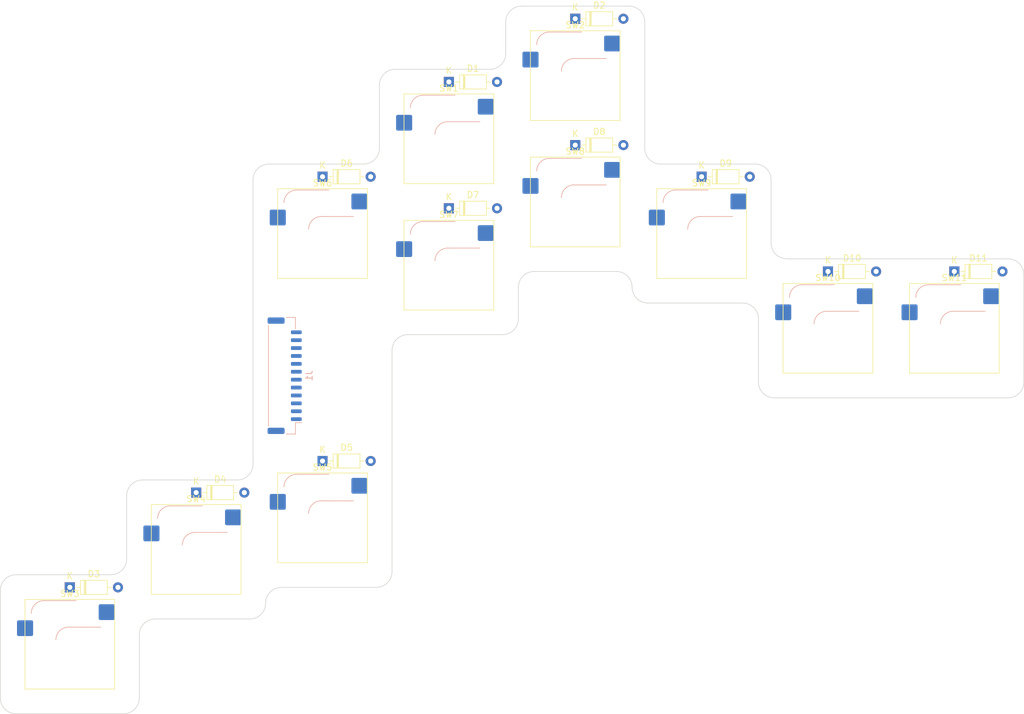
<source format=kicad_pcb>
(kicad_pcb (version 20221018) (generator pcbnew)
  (layers (0 "F.Cu" signal) (31 "B.Cu" signal) (34 "B.Paste" user) (35 "F.Paste" user) (36 "B.SilkS" user "B.Silkscreen") (37 "F.SilkS" user "F.Silkscreen") (38 "B.Mask" user) (39 "F.Mask" user) (44 "Edge.Cuts" user))
  (net 0 "")
  (net 1 "Net-(D1-K)")
  (net 2 "Net-(D1-A)")
  (net 3 "Net-(D2-A)")
  (net 4 "Net-(D3-A)")
  (net 5 "Net-(D4-A)")
  (net 6 "Net-(D5-A)")
  (net 7 "Net-(D10-K)")
  (net 8 "Net-(D6-A)")
  (net 9 "Net-(D7-A)")
  (net 10 "Net-(D8-A)")
  (net 11 "Net-(D9-A)")
  (net 12 "Net-(D10-A)")
  (net 13 "Net-(D11-A)")
  (net 14 "Net-(J1-Pin_7)")
  (net 15 "Net-(J1-Pin_8)")
  (net 16 "Net-(J1-Pin_9)")
  (net 17 "Net-(J1-Pin_10)")
  (net 18 "Net-(J1-Pin_11)")
  (net 19 "Net-(J1-Pin_12)")
  (footprint "Diode_THT:D_DO-35_SOD27_P7.62mm_Horizontal" (layer "F.Cu") (at 149.5 47.5)
    (fp_text reference "D1" (at 3.81 -2.12) (layer "F.SilkS"))
    (fp_text value "1N4148")
    (fp_text user "K" (at 0 -1.8) (layer "F.SilkS"))
    (fp_line (start 1.04 0) (end 1.69 0) (stroke (width 0.12)) (layer "F.SilkS"))
    (fp_line (start 1.69 -1.12) (end 1.69 1.12) (stroke (width 0.12)) (layer "F.SilkS"))
    (fp_line (start 1.69 1.12) (end 5.93 1.12) (stroke (width 0.12)) (layer "F.SilkS"))
    (fp_line (start 2.29 -1.12) (end 2.29 1.12) (stroke (width 0.12)) (layer "F.SilkS"))
    (fp_line (start 2.41 -1.12) (end 2.41 1.12) (stroke (width 0.12)) (layer "F.SilkS"))
    (fp_line (start 2.53 -1.12) (end 2.53 1.12) (stroke (width 0.12)) (layer "F.SilkS"))
    (fp_line (start 5.93 -1.12) (end 1.69 -1.12) (stroke (width 0.12)) (layer "F.SilkS"))
    (fp_line (start 5.93 1.12) (end 5.93 -1.12) (stroke (width 0.12)) (layer "F.SilkS"))
    (fp_line (start 6.58 0) (end 5.93 0) (stroke (width 0.12)) (layer "F.SilkS"))
    (pad "1" thru_hole rect (at 0 0) (size 1.6 1.6) (drill 0.8) (layers "*.Cu" "*.Mask") (net 1 "Net-(D1-K)"))
    (pad "2" thru_hole oval (at 7.62 0) (size 1.6 1.6) (drill 0.8) (layers "*.Cu" "*.Mask") (net 2 "Net-(D1-A)"))
  )
  (footprint "Diode_THT:D_DO-35_SOD27_P7.62mm_Horizontal" (layer "F.Cu") (at 109.5 112.5)
    (fp_text reference "D4" (at 3.81 -2.12) (layer "F.SilkS"))
    (fp_text value "1N4148")
    (fp_text user "K" (at 0 -1.8) (layer "F.SilkS"))
    (fp_line (start 1.04 0) (end 1.69 0) (stroke (width 0.12)) (layer "F.SilkS"))
    (fp_line (start 1.69 -1.12) (end 1.69 1.12) (stroke (width 0.12)) (layer "F.SilkS"))
    (fp_line (start 1.69 1.12) (end 5.93 1.12) (stroke (width 0.12)) (layer "F.SilkS"))
    (fp_line (start 2.29 -1.12) (end 2.29 1.12) (stroke (width 0.12)) (layer "F.SilkS"))
    (fp_line (start 2.41 -1.12) (end 2.41 1.12) (stroke (width 0.12)) (layer "F.SilkS"))
    (fp_line (start 2.53 -1.12) (end 2.53 1.12) (stroke (width 0.12)) (layer "F.SilkS"))
    (fp_line (start 5.93 -1.12) (end 1.69 -1.12) (stroke (width 0.12)) (layer "F.SilkS"))
    (fp_line (start 5.93 1.12) (end 5.93 -1.12) (stroke (width 0.12)) (layer "F.SilkS"))
    (fp_line (start 6.58 0) (end 5.93 0) (stroke (width 0.12)) (layer "F.SilkS"))
    (pad "1" thru_hole rect (at 0 0) (size 1.6 1.6) (drill 0.8) (layers "*.Cu" "*.Mask") (net 1 "Net-(D1-K)"))
    (pad "2" thru_hole oval (at 7.62 0) (size 1.6 1.6) (drill 0.8) (layers "*.Cu" "*.Mask") (net 5 "Net-(D4-A)"))
  )
  (footprint "Diode_THT:D_DO-35_SOD27_P7.62mm_Horizontal" (layer "F.Cu") (at 169.5 37.5)
    (fp_text reference "D2" (at 3.81 -2.12) (layer "F.SilkS"))
    (fp_text value "1N4148")
    (fp_text user "K" (at 0 -1.8) (layer "F.SilkS"))
    (fp_line (start 1.04 0) (end 1.69 0) (stroke (width 0.12)) (layer "F.SilkS"))
    (fp_line (start 1.69 -1.12) (end 1.69 1.12) (stroke (width 0.12)) (layer "F.SilkS"))
    (fp_line (start 1.69 1.12) (end 5.93 1.12) (stroke (width 0.12)) (layer "F.SilkS"))
    (fp_line (start 2.29 -1.12) (end 2.29 1.12) (stroke (width 0.12)) (layer "F.SilkS"))
    (fp_line (start 2.41 -1.12) (end 2.41 1.12) (stroke (width 0.12)) (layer "F.SilkS"))
    (fp_line (start 2.53 -1.12) (end 2.53 1.12) (stroke (width 0.12)) (layer "F.SilkS"))
    (fp_line (start 5.93 -1.12) (end 1.69 -1.12) (stroke (width 0.12)) (layer "F.SilkS"))
    (fp_line (start 5.93 1.12) (end 5.93 -1.12) (stroke (width 0.12)) (layer "F.SilkS"))
    (fp_line (start 6.58 0) (end 5.93 0) (stroke (width 0.12)) (layer "F.SilkS"))
    (pad "1" thru_hole rect (at 0 0) (size 1.6 1.6) (drill 0.8) (layers "*.Cu" "*.Mask") (net 1 "Net-(D1-K)"))
    (pad "2" thru_hole oval (at 7.62 0) (size 1.6 1.6) (drill 0.8) (layers "*.Cu" "*.Mask") (net 3 "Net-(D2-A)"))
  )
  (footprint "Diode_THT:D_DO-35_SOD27_P7.62mm_Horizontal" (layer "F.Cu") (at 169.5 57.5)
    (fp_text reference "D8" (at 3.81 -2.12) (layer "F.SilkS"))
    (fp_text value "1N4148")
    (fp_text user "K" (at 0 -1.8) (layer "F.SilkS"))
    (fp_line (start 1.04 0) (end 1.69 0) (stroke (width 0.12)) (layer "F.SilkS"))
    (fp_line (start 1.69 -1.12) (end 1.69 1.12) (stroke (width 0.12)) (layer "F.SilkS"))
    (fp_line (start 1.69 1.12) (end 5.93 1.12) (stroke (width 0.12)) (layer "F.SilkS"))
    (fp_line (start 2.29 -1.12) (end 2.29 1.12) (stroke (width 0.12)) (layer "F.SilkS"))
    (fp_line (start 2.41 -1.12) (end 2.41 1.12) (stroke (width 0.12)) (layer "F.SilkS"))
    (fp_line (start 2.53 -1.12) (end 2.53 1.12) (stroke (width 0.12)) (layer "F.SilkS"))
    (fp_line (start 5.93 -1.12) (end 1.69 -1.12) (stroke (width 0.12)) (layer "F.SilkS"))
    (fp_line (start 5.93 1.12) (end 5.93 -1.12) (stroke (width 0.12)) (layer "F.SilkS"))
    (fp_line (start 6.58 0) (end 5.93 0) (stroke (width 0.12)) (layer "F.SilkS"))
    (pad "1" thru_hole rect (at 0 0) (size 1.6 1.6) (drill 0.8) (layers "*.Cu" "*.Mask") (net 7 "Net-(D10-K)"))
    (pad "2" thru_hole oval (at 7.62 0) (size 1.6 1.6) (drill 0.8) (layers "*.Cu" "*.Mask") (net 10 "Net-(D8-A)"))
  )
  (footprint "ScottoKeebs_Hotswap:Hotswap_MX_1.00u" (layer "F.Cu") (at 129.5 116.5)
    (fp_text reference "SW5" (at 0 -8) (layer "F.SilkS"))
    (fp_text value "Switch")
    (fp_line (start -4.1 -6.9) (end 1 -6.9) (stroke (width 0.12)) (layer "B.SilkS"))
    (fp_line (start -0.2 -2.7) (end 4.9 -2.7) (stroke (width 0.12)) (layer "B.SilkS"))
    (fp_arc (start -6.1 -4.9) (mid -5.514214 -6.314214) (end -4.1 -6.9) (stroke (width 0.12)) (layer "B.SilkS"))
    (fp_arc (start -2.2 -0.7) (mid -1.614214 -2.114214) (end -0.2 -2.7) (stroke (width 0.12)) (layer "B.SilkS"))
    (fp_line (start -7.1 -7.1) (end -7.1 7.1) (stroke (width 0.12)) (layer "F.SilkS"))
    (fp_line (start -7.1 7.1) (end 7.1 7.1) (stroke (width 0.12)) (layer "F.SilkS"))
    (fp_line (start 7.1 -7.1) (end -7.1 -7.1) (stroke (width 0.12)) (layer "F.SilkS"))
    (fp_line (start 7.1 7.1) (end 7.1 -7.1) (stroke (width 0.12)) (layer "F.SilkS"))
    (pad "" np_thru_hole circle (at -5.08 0) (size 1.75 1.75) (drill 1.75) (layers "*.Cu" "*.Mask"))
    (pad "" np_thru_hole circle (at -3.81 -2.54) (size 3.05 3.05) (drill 3.05) (layers "*.Cu" "*.Mask"))
    (pad "" np_thru_hole circle (at 0 0) (size 4 4) (drill 4) (layers "*.Cu" "*.Mask"))
    (pad "" np_thru_hole circle (at 2.54 -5.08) (size 3.05 3.05) (drill 3.05) (layers "*.Cu" "*.Mask"))
    (pad "" np_thru_hole circle (at 5.08 0) (size 1.75 1.75) (drill 1.75) (layers "*.Cu" "*.Mask"))
    (pad "1" smd roundrect (at -7.085 -2.54) (size 2.55 2.5) (layers "B.Cu" "B.Paste" "B.Mask") (roundrect_rratio 0.1) (net 6 "Net-(D5-A)"))
    (pad "2" smd roundrect (at 5.842 -5.08) (size 2.55 2.5) (layers "B.Cu" "B.Paste" "B.Mask") (roundrect_rratio 0.1) (net 19 "Net-(J1-Pin_12)"))
  )
  (footprint "ScottoKeebs_Hotswap:Hotswap_MX_1.00u" (layer "F.Cu") (at 149.5 56.5)
    (fp_text reference "SW1" (at 0 -8) (layer "F.SilkS"))
    (fp_text value "Switch")
    (fp_line (start -4.1 -6.9) (end 1 -6.9) (stroke (width 0.12)) (layer "B.SilkS"))
    (fp_line (start -0.2 -2.7) (end 4.9 -2.7) (stroke (width 0.12)) (layer "B.SilkS"))
    (fp_arc (start -6.1 -4.9) (mid -5.514214 -6.314214) (end -4.1 -6.9) (stroke (width 0.12)) (layer "B.SilkS"))
    (fp_arc (start -2.2 -0.7) (mid -1.614214 -2.114214) (end -0.2 -2.7) (stroke (width 0.12)) (layer "B.SilkS"))
    (fp_line (start -7.1 -7.1) (end -7.1 7.1) (stroke (width 0.12)) (layer "F.SilkS"))
    (fp_line (start -7.1 7.1) (end 7.1 7.1) (stroke (width 0.12)) (layer "F.SilkS"))
    (fp_line (start 7.1 -7.1) (end -7.1 -7.1) (stroke (width 0.12)) (layer "F.SilkS"))
    (fp_line (start 7.1 7.1) (end 7.1 -7.1) (stroke (width 0.12)) (layer "F.SilkS"))
    (pad "" np_thru_hole circle (at -5.08 0) (size 1.75 1.75) (drill 1.75) (layers "*.Cu" "*.Mask"))
    (pad "" np_thru_hole circle (at -3.81 -2.54) (size 3.05 3.05) (drill 3.05) (layers "*.Cu" "*.Mask"))
    (pad "" np_thru_hole circle (at 0 0) (size 4 4) (drill 4) (layers "*.Cu" "*.Mask"))
    (pad "" np_thru_hole circle (at 2.54 -5.08) (size 3.05 3.05) (drill 3.05) (layers "*.Cu" "*.Mask"))
    (pad "" np_thru_hole circle (at 5.08 0) (size 1.75 1.75) (drill 1.75) (layers "*.Cu" "*.Mask"))
    (pad "1" smd roundrect (at -7.085 -2.54) (size 2.55 2.5) (layers "B.Cu" "B.Paste" "B.Mask") (roundrect_rratio 0.1) (net 2 "Net-(D1-A)"))
    (pad "2" smd roundrect (at 5.842 -5.08) (size 2.55 2.5) (layers "B.Cu" "B.Paste" "B.Mask") (roundrect_rratio 0.1) (net 15 "Net-(J1-Pin_8)"))
  )
  (footprint "Diode_THT:D_DO-35_SOD27_P7.62mm_Horizontal" (layer "F.Cu") (at 149.5 67.5)
    (fp_text reference "D7" (at 3.81 -2.12) (layer "F.SilkS"))
    (fp_text value "1N4148")
    (fp_text user "K" (at 0 -1.8) (layer "F.SilkS"))
    (fp_line (start 1.04 0) (end 1.69 0) (stroke (width 0.12)) (layer "F.SilkS"))
    (fp_line (start 1.69 -1.12) (end 1.69 1.12) (stroke (width 0.12)) (layer "F.SilkS"))
    (fp_line (start 1.69 1.12) (end 5.93 1.12) (stroke (width 0.12)) (layer "F.SilkS"))
    (fp_line (start 2.29 -1.12) (end 2.29 1.12) (stroke (width 0.12)) (layer "F.SilkS"))
    (fp_line (start 2.41 -1.12) (end 2.41 1.12) (stroke (width 0.12)) (layer "F.SilkS"))
    (fp_line (start 2.53 -1.12) (end 2.53 1.12) (stroke (width 0.12)) (layer "F.SilkS"))
    (fp_line (start 5.93 -1.12) (end 1.69 -1.12) (stroke (width 0.12)) (layer "F.SilkS"))
    (fp_line (start 5.93 1.12) (end 5.93 -1.12) (stroke (width 0.12)) (layer "F.SilkS"))
    (fp_line (start 6.58 0) (end 5.93 0) (stroke (width 0.12)) (layer "F.SilkS"))
    (pad "1" thru_hole rect (at 0 0) (size 1.6 1.6) (drill 0.8) (layers "*.Cu" "*.Mask") (net 7 "Net-(D10-K)"))
    (pad "2" thru_hole oval (at 7.62 0) (size 1.6 1.6) (drill 0.8) (layers "*.Cu" "*.Mask") (net 9 "Net-(D7-A)"))
  )
  (footprint "ScottoKeebs_Hotswap:Hotswap_MX_1.00u" (layer "F.Cu") (at 89.5 136.5)
    (fp_text reference "SW3" (at 0 -8) (layer "F.SilkS"))
    (fp_text value "Switch")
    (fp_line (start -4.1 -6.9) (end 1 -6.9) (stroke (width 0.12)) (layer "B.SilkS"))
    (fp_line (start -0.2 -2.7) (end 4.9 -2.7) (stroke (width 0.12)) (layer "B.SilkS"))
    (fp_arc (start -6.1 -4.9) (mid -5.514214 -6.314214) (end -4.1 -6.9) (stroke (width 0.12)) (layer "B.SilkS"))
    (fp_arc (start -2.2 -0.7) (mid -1.614214 -2.114214) (end -0.2 -2.7) (stroke (width 0.12)) (layer "B.SilkS"))
    (fp_line (start -7.1 -7.1) (end -7.1 7.1) (stroke (width 0.12)) (layer "F.SilkS"))
    (fp_line (start -7.1 7.1) (end 7.1 7.1) (stroke (width 0.12)) (layer "F.SilkS"))
    (fp_line (start 7.1 -7.1) (end -7.1 -7.1) (stroke (width 0.12)) (layer "F.SilkS"))
    (fp_line (start 7.1 7.1) (end 7.1 -7.1) (stroke (width 0.12)) (layer "F.SilkS"))
    (pad "" np_thru_hole circle (at -5.08 0) (size 1.75 1.75) (drill 1.75) (layers "*.Cu" "*.Mask"))
    (pad "" np_thru_hole circle (at -3.81 -2.54) (size 3.05 3.05) (drill 3.05) (layers "*.Cu" "*.Mask"))
    (pad "" np_thru_hole circle (at 0 0) (size 4 4) (drill 4) (layers "*.Cu" "*.Mask"))
    (pad "" np_thru_hole circle (at 2.54 -5.08) (size 3.05 3.05) (drill 3.05) (layers "*.Cu" "*.Mask"))
    (pad "" np_thru_hole circle (at 5.08 0) (size 1.75 1.75) (drill 1.75) (layers "*.Cu" "*.Mask"))
    (pad "1" smd roundrect (at -7.085 -2.54) (size 2.55 2.5) (layers "B.Cu" "B.Paste" "B.Mask") (roundrect_rratio 0.1) (net 4 "Net-(D3-A)"))
    (pad "2" smd roundrect (at 5.842 -5.08) (size 2.55 2.5) (layers "B.Cu" "B.Paste" "B.Mask") (roundrect_rratio 0.1) (net 17 "Net-(J1-Pin_10)"))
  )
  (footprint "Diode_THT:D_DO-35_SOD27_P7.62mm_Horizontal" (layer "F.Cu") (at 229.5 77.5)
    (fp_text reference "D11" (at 3.81 -2.12) (layer "F.SilkS"))
    (fp_text value "1N4148")
    (fp_text user "K" (at 0 -1.8) (layer "F.SilkS"))
    (fp_line (start 1.04 0) (end 1.69 0) (stroke (width 0.12)) (layer "F.SilkS"))
    (fp_line (start 1.69 -1.12) (end 1.69 1.12) (stroke (width 0.12)) (layer "F.SilkS"))
    (fp_line (start 1.69 1.12) (end 5.93 1.12) (stroke (width 0.12)) (layer "F.SilkS"))
    (fp_line (start 2.29 -1.12) (end 2.29 1.12) (stroke (width 0.12)) (layer "F.SilkS"))
    (fp_line (start 2.41 -1.12) (end 2.41 1.12) (stroke (width 0.12)) (layer "F.SilkS"))
    (fp_line (start 2.53 -1.12) (end 2.53 1.12) (stroke (width 0.12)) (layer "F.SilkS"))
    (fp_line (start 5.93 -1.12) (end 1.69 -1.12) (stroke (width 0.12)) (layer "F.SilkS"))
    (fp_line (start 5.93 1.12) (end 5.93 -1.12) (stroke (width 0.12)) (layer "F.SilkS"))
    (fp_line (start 6.58 0) (end 5.93 0) (stroke (width 0.12)) (layer "F.SilkS"))
    (pad "1" thru_hole rect (at 0 0) (size 1.6 1.6) (drill 0.8) (layers "*.Cu" "*.Mask") (net 7 "Net-(D10-K)"))
    (pad "2" thru_hole oval (at 7.62 0) (size 1.6 1.6) (drill 0.8) (layers "*.Cu" "*.Mask") (net 13 "Net-(D11-A)"))
  )
  (footprint "ScottoKeebs_Hotswap:Hotswap_MX_1.00u" (layer "F.Cu") (at 109.5 121.5)
    (fp_text reference "SW4" (at 0 -8) (layer "F.SilkS"))
    (fp_text value "Switch")
    (fp_line (start -4.1 -6.9) (end 1 -6.9) (stroke (width 0.12)) (layer "B.SilkS"))
    (fp_line (start -0.2 -2.7) (end 4.9 -2.7) (stroke (width 0.12)) (layer "B.SilkS"))
    (fp_arc (start -6.1 -4.9) (mid -5.514214 -6.314214) (end -4.1 -6.9) (stroke (width 0.12)) (layer "B.SilkS"))
    (fp_arc (start -2.2 -0.7) (mid -1.614214 -2.114214) (end -0.2 -2.7) (stroke (width 0.12)) (layer "B.SilkS"))
    (fp_line (start -7.1 -7.1) (end -7.1 7.1) (stroke (width 0.12)) (layer "F.SilkS"))
    (fp_line (start -7.1 7.1) (end 7.1 7.1) (stroke (width 0.12)) (layer "F.SilkS"))
    (fp_line (start 7.1 -7.1) (end -7.1 -7.1) (stroke (width 0.12)) (layer "F.SilkS"))
    (fp_line (start 7.1 7.1) (end 7.1 -7.1) (stroke (width 0.12)) (layer "F.SilkS"))
    (pad "" np_thru_hole circle (at -5.08 0) (size 1.75 1.75) (drill 1.75) (layers "*.Cu" "*.Mask"))
    (pad "" np_thru_hole circle (at -3.81 -2.54) (size 3.05 3.05) (drill 3.05) (layers "*.Cu" "*.Mask"))
    (pad "" np_thru_hole circle (at 0 0) (size 4 4) (drill 4) (layers "*.Cu" "*.Mask"))
    (pad "" np_thru_hole circle (at 2.54 -5.08) (size 3.05 3.05) (drill 3.05) (layers "*.Cu" "*.Mask"))
    (pad "" np_thru_hole circle (at 5.08 0) (size 1.75 1.75) (drill 1.75) (layers "*.Cu" "*.Mask"))
    (pad "1" smd roundrect (at -7.085 -2.54) (size 2.55 2.5) (layers "B.Cu" "B.Paste" "B.Mask") (roundrect_rratio 0.1) (net 5 "Net-(D4-A)"))
    (pad "2" smd roundrect (at 5.842 -5.08) (size 2.55 2.5) (layers "B.Cu" "B.Paste" "B.Mask") (roundrect_rratio 0.1) (net 18 "Net-(J1-Pin_11)"))
  )
  (footprint "ScottoKeebs_Hotswap:Hotswap_MX_1.00u" (layer "F.Cu") (at 169.5 66.5)
    (fp_text reference "SW8" (at 0 -8) (layer "F.SilkS"))
    (fp_text value "Switch")
    (fp_line (start -4.1 -6.9) (end 1 -6.9) (stroke (width 0.12)) (layer "B.SilkS"))
    (fp_line (start -0.2 -2.7) (end 4.9 -2.7) (stroke (width 0.12)) (layer "B.SilkS"))
    (fp_arc (start -6.1 -4.9) (mid -5.514214 -6.314214) (end -4.1 -6.9) (stroke (width 0.12)) (layer "B.SilkS"))
    (fp_arc (start -2.2 -0.7) (mid -1.614214 -2.114214) (end -0.2 -2.7) (stroke (width 0.12)) (layer "B.SilkS"))
    (fp_line (start -7.1 -7.1) (end -7.1 7.1) (stroke (width 0.12)) (layer "F.SilkS"))
    (fp_line (start -7.1 7.1) (end 7.1 7.1) (stroke (width 0.12)) (layer "F.SilkS"))
    (fp_line (start 7.1 -7.1) (end -7.1 -7.1) (stroke (width 0.12)) (layer "F.SilkS"))
    (fp_line (start 7.1 7.1) (end 7.1 -7.1) (stroke (width 0.12)) (layer "F.SilkS"))
    (pad "" np_thru_hole circle (at -5.08 0) (size 1.75 1.75) (drill 1.75) (layers "*.Cu" "*.Mask"))
    (pad "" np_thru_hole circle (at -3.81 -2.54) (size 3.05 3.05) (drill 3.05) (layers "*.Cu" "*.Mask"))
    (pad "" np_thru_hole circle (at 0 0) (size 4 4) (drill 4) (layers "*.Cu" "*.Mask"))
    (pad "" np_thru_hole circle (at 2.54 -5.08) (size 3.05 3.05) (drill 3.05) (layers "*.Cu" "*.Mask"))
    (pad "" np_thru_hole circle (at 5.08 0) (size 1.75 1.75) (drill 1.75) (layers "*.Cu" "*.Mask"))
    (pad "1" smd roundrect (at -7.085 -2.54) (size 2.55 2.5) (layers "B.Cu" "B.Paste" "B.Mask") (roundrect_rratio 0.1) (net 10 "Net-(D8-A)"))
    (pad "2" smd roundrect (at 5.842 -5.08) (size 2.55 2.5) (layers "B.Cu" "B.Paste" "B.Mask") (roundrect_rratio 0.1) (net 16 "Net-(J1-Pin_9)"))
  )
  (footprint "ScottoKeebs_Hotswap:Hotswap_MX_1.00u" (layer "F.Cu") (at 149.5 76.5)
    (fp_text reference "SW7" (at 0 -8) (layer "F.SilkS"))
    (fp_text value "Switch")
    (fp_line (start -4.1 -6.9) (end 1 -6.9) (stroke (width 0.12)) (layer "B.SilkS"))
    (fp_line (start -0.2 -2.7) (end 4.9 -2.7) (stroke (width 0.12)) (layer "B.SilkS"))
    (fp_arc (start -6.1 -4.9) (mid -5.514214 -6.314214) (end -4.1 -6.9) (stroke (width 0.12)) (layer "B.SilkS"))
    (fp_arc (start -2.2 -0.7) (mid -1.614214 -2.114214) (end -0.2 -2.7) (stroke (width 0.12)) (layer "B.SilkS"))
    (fp_line (start -7.1 -7.1) (end -7.1 7.1) (stroke (width 0.12)) (layer "F.SilkS"))
    (fp_line (start -7.1 7.1) (end 7.1 7.1) (stroke (width 0.12)) (layer "F.SilkS"))
    (fp_line (start 7.1 -7.1) (end -7.1 -7.1) (stroke (width 0.12)) (layer "F.SilkS"))
    (fp_line (start 7.1 7.1) (end 7.1 -7.1) (stroke (width 0.12)) (layer "F.SilkS"))
    (pad "" np_thru_hole circle (at -5.08 0) (size 1.75 1.75) (drill 1.75) (layers "*.Cu" "*.Mask"))
    (pad "" np_thru_hole circle (at -3.81 -2.54) (size 3.05 3.05) (drill 3.05) (layers "*.Cu" "*.Mask"))
    (pad "" np_thru_hole circle (at 0 0) (size 4 4) (drill 4) (layers "*.Cu" "*.Mask"))
    (pad "" np_thru_hole circle (at 2.54 -5.08) (size 3.05 3.05) (drill 3.05) (layers "*.Cu" "*.Mask"))
    (pad "" np_thru_hole circle (at 5.08 0) (size 1.75 1.75) (drill 1.75) (layers "*.Cu" "*.Mask"))
    (pad "1" smd roundrect (at -7.085 -2.54) (size 2.55 2.5) (layers "B.Cu" "B.Paste" "B.Mask") (roundrect_rratio 0.1) (net 9 "Net-(D7-A)"))
    (pad "2" smd roundrect (at 5.842 -5.08) (size 2.55 2.5) (layers "B.Cu" "B.Paste" "B.Mask") (roundrect_rratio 0.1) (net 15 "Net-(J1-Pin_8)"))
  )
  (footprint "ScottoKeebs_Hotswap:Hotswap_MX_1.00u" (layer "F.Cu") (at 169.5 46.5)
    (fp_text reference "SW2" (at 0 -8) (layer "F.SilkS"))
    (fp_text value "Switch")
    (fp_line (start -4.1 -6.9) (end 1 -6.9) (stroke (width 0.12)) (layer "B.SilkS"))
    (fp_line (start -0.2 -2.7) (end 4.9 -2.7) (stroke (width 0.12)) (layer "B.SilkS"))
    (fp_arc (start -6.1 -4.9) (mid -5.514214 -6.314214) (end -4.1 -6.9) (stroke (width 0.12)) (layer "B.SilkS"))
    (fp_arc (start -2.2 -0.7) (mid -1.614214 -2.114214) (end -0.2 -2.7) (stroke (width 0.12)) (layer "B.SilkS"))
    (fp_line (start -7.1 -7.1) (end -7.1 7.1) (stroke (width 0.12)) (layer "F.SilkS"))
    (fp_line (start -7.1 7.1) (end 7.1 7.1) (stroke (width 0.12)) (layer "F.SilkS"))
    (fp_line (start 7.1 -7.1) (end -7.1 -7.1) (stroke (width 0.12)) (layer "F.SilkS"))
    (fp_line (start 7.1 7.1) (end 7.1 -7.1) (stroke (width 0.12)) (layer "F.SilkS"))
    (pad "" np_thru_hole circle (at -5.08 0) (size 1.75 1.75) (drill 1.75) (layers "*.Cu" "*.Mask"))
    (pad "" np_thru_hole circle (at -3.81 -2.54) (size 3.05 3.05) (drill 3.05) (layers "*.Cu" "*.Mask"))
    (pad "" np_thru_hole circle (at 0 0) (size 4 4) (drill 4) (layers "*.Cu" "*.Mask"))
    (pad "" np_thru_hole circle (at 2.54 -5.08) (size 3.05 3.05) (drill 3.05) (layers "*.Cu" "*.Mask"))
    (pad "" np_thru_hole circle (at 5.08 0) (size 1.75 1.75) (drill 1.75) (layers "*.Cu" "*.Mask"))
    (pad "1" smd roundrect (at -7.085 -2.54) (size 2.55 2.5) (layers "B.Cu" "B.Paste" "B.Mask") (roundrect_rratio 0.1) (net 3 "Net-(D2-A)"))
    (pad "2" smd roundrect (at 5.842 -5.08) (size 2.55 2.5) (layers "B.Cu" "B.Paste" "B.Mask") (roundrect_rratio 0.1) (net 16 "Net-(J1-Pin_9)"))
  )
  (footprint "Diode_THT:D_DO-35_SOD27_P7.62mm_Horizontal" (layer "F.Cu") (at 189.5 62.5)
    (fp_text reference "D9" (at 3.81 -2.12) (layer "F.SilkS"))
    (fp_text value "1N4148")
    (fp_text user "K" (at 0 -1.8) (layer "F.SilkS"))
    (fp_line (start 1.04 0) (end 1.69 0) (stroke (width 0.12)) (layer "F.SilkS"))
    (fp_line (start 1.69 -1.12) (end 1.69 1.12) (stroke (width 0.12)) (layer "F.SilkS"))
    (fp_line (start 1.69 1.12) (end 5.93 1.12) (stroke (width 0.12)) (layer "F.SilkS"))
    (fp_line (start 2.29 -1.12) (end 2.29 1.12) (stroke (width 0.12)) (layer "F.SilkS"))
    (fp_line (start 2.41 -1.12) (end 2.41 1.12) (stroke (width 0.12)) (layer "F.SilkS"))
    (fp_line (start 2.53 -1.12) (end 2.53 1.12) (stroke (width 0.12)) (layer "F.SilkS"))
    (fp_line (start 5.93 -1.12) (end 1.69 -1.12) (stroke (width 0.12)) (layer "F.SilkS"))
    (fp_line (start 5.93 1.12) (end 5.93 -1.12) (stroke (width 0.12)) (layer "F.SilkS"))
    (fp_line (start 6.58 0) (end 5.93 0) (stroke (width 0.12)) (layer "F.SilkS"))
    (pad "1" thru_hole rect (at 0 0) (size 1.6 1.6) (drill 0.8) (layers "*.Cu" "*.Mask") (net 7 "Net-(D10-K)"))
    (pad "2" thru_hole oval (at 7.62 0) (size 1.6 1.6) (drill 0.8) (layers "*.Cu" "*.Mask") (net 11 "Net-(D9-A)"))
  )
  (footprint "Diode_THT:D_DO-35_SOD27_P7.62mm_Horizontal" (layer "F.Cu") (at 89.5 127.5)
    (fp_text reference "D3" (at 3.81 -2.12) (layer "F.SilkS"))
    (fp_text value "1N4148")
    (fp_text user "K" (at 0 -1.8) (layer "F.SilkS"))
    (fp_line (start 1.04 0) (end 1.69 0) (stroke (width 0.12)) (layer "F.SilkS"))
    (fp_line (start 1.69 -1.12) (end 1.69 1.12) (stroke (width 0.12)) (layer "F.SilkS"))
    (fp_line (start 1.69 1.12) (end 5.93 1.12) (stroke (width 0.12)) (layer "F.SilkS"))
    (fp_line (start 2.29 -1.12) (end 2.29 1.12) (stroke (width 0.12)) (layer "F.SilkS"))
    (fp_line (start 2.41 -1.12) (end 2.41 1.12) (stroke (width 0.12)) (layer "F.SilkS"))
    (fp_line (start 2.53 -1.12) (end 2.53 1.12) (stroke (width 0.12)) (layer "F.SilkS"))
    (fp_line (start 5.93 -1.12) (end 1.69 -1.12) (stroke (width 0.12)) (layer "F.SilkS"))
    (fp_line (start 5.93 1.12) (end 5.93 -1.12) (stroke (width 0.12)) (layer "F.SilkS"))
    (fp_line (start 6.58 0) (end 5.93 0) (stroke (width 0.12)) (layer "F.SilkS"))
    (pad "1" thru_hole rect (at 0 0) (size 1.6 1.6) (drill 0.8) (layers "*.Cu" "*.Mask") (net 1 "Net-(D1-K)"))
    (pad "2" thru_hole oval (at 7.62 0) (size 1.6 1.6) (drill 0.8) (layers "*.Cu" "*.Mask") (net 4 "Net-(D3-A)"))
  )
  (footprint "Diode_THT:D_DO-35_SOD27_P7.62mm_Horizontal" (layer "F.Cu") (at 129.5 62.5)
    (fp_text reference "D6" (at 3.81 -2.12) (layer "F.SilkS"))
    (fp_text value "1N4148")
    (fp_text user "K" (at 0 -1.8) (layer "F.SilkS"))
    (fp_line (start 1.04 0) (end 1.69 0) (stroke (width 0.12)) (layer "F.SilkS"))
    (fp_line (start 1.69 -1.12) (end 1.69 1.12) (stroke (width 0.12)) (layer "F.SilkS"))
    (fp_line (start 1.69 1.12) (end 5.93 1.12) (stroke (width 0.12)) (layer "F.SilkS"))
    (fp_line (start 2.29 -1.12) (end 2.29 1.12) (stroke (width 0.12)) (layer "F.SilkS"))
    (fp_line (start 2.41 -1.12) (end 2.41 1.12) (stroke (width 0.12)) (layer "F.SilkS"))
    (fp_line (start 2.53 -1.12) (end 2.53 1.12) (stroke (width 0.12)) (layer "F.SilkS"))
    (fp_line (start 5.93 -1.12) (end 1.69 -1.12) (stroke (width 0.12)) (layer "F.SilkS"))
    (fp_line (start 5.93 1.12) (end 5.93 -1.12) (stroke (width 0.12)) (layer "F.SilkS"))
    (fp_line (start 6.58 0) (end 5.93 0) (stroke (width 0.12)) (layer "F.SilkS"))
    (pad "1" thru_hole rect (at 0 0) (size 1.6 1.6) (drill 0.8) (layers "*.Cu" "*.Mask") (net 7 "Net-(D10-K)"))
    (pad "2" thru_hole oval (at 7.62 0) (size 1.6 1.6) (drill 0.8) (layers "*.Cu" "*.Mask") (net 8 "Net-(D6-A)"))
  )
  (footprint "ScottoKeebs_Hotswap:Hotswap_MX_1.00u" (layer "F.Cu") (at 209.5 86.5)
    (fp_text reference "SW10" (at 0 -8) (layer "F.SilkS"))
    (fp_text value "Switch")
    (fp_line (start -4.1 -6.9) (end 1 -6.9) (stroke (width 0.12)) (layer "B.SilkS"))
    (fp_line (start -0.2 -2.7) (end 4.9 -2.7) (stroke (width 0.12)) (layer "B.SilkS"))
    (fp_arc (start -6.1 -4.9) (mid -5.514214 -6.314214) (end -4.1 -6.9) (stroke (width 0.12)) (layer "B.SilkS"))
    (fp_arc (start -2.2 -0.7) (mid -1.614214 -2.114214) (end -0.2 -2.7) (stroke (width 0.12)) (layer "B.SilkS"))
    (fp_line (start -7.1 -7.1) (end -7.1 7.1) (stroke (width 0.12)) (layer "F.SilkS"))
    (fp_line (start -7.1 7.1) (end 7.1 7.1) (stroke (width 0.12)) (layer "F.SilkS"))
    (fp_line (start 7.1 -7.1) (end -7.1 -7.1) (stroke (width 0.12)) (layer "F.SilkS"))
    (fp_line (start 7.1 7.1) (end 7.1 -7.1) (stroke (width 0.12)) (layer "F.SilkS"))
    (pad "" np_thru_hole circle (at -5.08 0) (size 1.75 1.75) (drill 1.75) (layers "*.Cu" "*.Mask"))
    (pad "" np_thru_hole circle (at -3.81 -2.54) (size 3.05 3.05) (drill 3.05) (layers "*.Cu" "*.Mask"))
    (pad "" np_thru_hole circle (at 0 0) (size 4 4) (drill 4) (layers "*.Cu" "*.Mask"))
    (pad "" np_thru_hole circle (at 2.54 -5.08) (size 3.05 3.05) (drill 3.05) (layers "*.Cu" "*.Mask"))
    (pad "" np_thru_hole circle (at 5.08 0) (size 1.75 1.75) (drill 1.75) (layers "*.Cu" "*.Mask"))
    (pad "1" smd roundrect (at -7.085 -2.54) (size 2.55 2.5) (layers "B.Cu" "B.Paste" "B.Mask") (roundrect_rratio 0.1) (net 12 "Net-(D10-A)"))
    (pad "2" smd roundrect (at 5.842 -5.08) (size 2.55 2.5) (layers "B.Cu" "B.Paste" "B.Mask") (roundrect_rratio 0.1) (net 18 "Net-(J1-Pin_11)"))
  )
  (footprint "ScottoKeebs_Hotswap:Hotswap_MX_1.00u" (layer "F.Cu") (at 189.5 71.5)
    (fp_text reference "SW9" (at 0 -8) (layer "F.SilkS"))
    (fp_text value "Switch")
    (fp_line (start -4.1 -6.9) (end 1 -6.9) (stroke (width 0.12)) (layer "B.SilkS"))
    (fp_line (start -0.2 -2.7) (end 4.9 -2.7) (stroke (width 0.12)) (layer "B.SilkS"))
    (fp_arc (start -6.1 -4.9) (mid -5.514214 -6.314214) (end -4.1 -6.9) (stroke (width 0.12)) (layer "B.SilkS"))
    (fp_arc (start -2.2 -0.7) (mid -1.614214 -2.114214) (end -0.2 -2.7) (stroke (width 0.12)) (layer "B.SilkS"))
    (fp_line (start -7.1 -7.1) (end -7.1 7.1) (stroke (width 0.12)) (layer "F.SilkS"))
    (fp_line (start -7.1 7.1) (end 7.1 7.1) (stroke (width 0.12)) (layer "F.SilkS"))
    (fp_line (start 7.1 -7.1) (end -7.1 -7.1) (stroke (width 0.12)) (layer "F.SilkS"))
    (fp_line (start 7.1 7.1) (end 7.1 -7.1) (stroke (width 0.12)) (layer "F.SilkS"))
    (pad "" np_thru_hole circle (at -5.08 0) (size 1.75 1.75) (drill 1.75) (layers "*.Cu" "*.Mask"))
    (pad "" np_thru_hole circle (at -3.81 -2.54) (size 3.05 3.05) (drill 3.05) (layers "*.Cu" "*.Mask"))
    (pad "" np_thru_hole circle (at 0 0) (size 4 4) (drill 4) (layers "*.Cu" "*.Mask"))
    (pad "" np_thru_hole circle (at 2.54 -5.08) (size 3.05 3.05) (drill 3.05) (layers "*.Cu" "*.Mask"))
    (pad "" np_thru_hole circle (at 5.08 0) (size 1.75 1.75) (drill 1.75) (layers "*.Cu" "*.Mask"))
    (pad "1" smd roundrect (at -7.085 -2.54) (size 2.55 2.5) (layers "B.Cu" "B.Paste" "B.Mask") (roundrect_rratio 0.1) (net 11 "Net-(D9-A)"))
    (pad "2" smd roundrect (at 5.842 -5.08) (size 2.55 2.5) (layers "B.Cu" "B.Paste" "B.Mask") (roundrect_rratio 0.1) (net 17 "Net-(J1-Pin_10)"))
  )
  (footprint "Diode_THT:D_DO-35_SOD27_P7.62mm_Horizontal" (layer "F.Cu") (at 129.5 107.5)
    (fp_text reference "D5" (at 3.81 -2.12) (layer "F.SilkS"))
    (fp_text value "1N4148")
    (fp_text user "K" (at 0 -1.8) (layer "F.SilkS"))
    (fp_line (start 1.04 0) (end 1.69 0) (stroke (width 0.12)) (layer "F.SilkS"))
    (fp_line (start 1.69 -1.12) (end 1.69 1.12) (stroke (width 0.12)) (layer "F.SilkS"))
    (fp_line (start 1.69 1.12) (end 5.93 1.12) (stroke (width 0.12)) (layer "F.SilkS"))
    (fp_line (start 2.29 -1.12) (end 2.29 1.12) (stroke (width 0.12)) (layer "F.SilkS"))
    (fp_line (start 2.41 -1.12) (end 2.41 1.12) (stroke (width 0.12)) (layer "F.SilkS"))
    (fp_line (start 2.53 -1.12) (end 2.53 1.12) (stroke (width 0.12)) (layer "F.SilkS"))
    (fp_line (start 5.93 -1.12) (end 1.69 -1.12) (stroke (width 0.12)) (layer "F.SilkS"))
    (fp_line (start 5.93 1.12) (end 5.93 -1.12) (stroke (width 0.12)) (layer "F.SilkS"))
    (fp_line (start 6.58 0) (end 5.93 0) (stroke (width 0.12)) (layer "F.SilkS"))
    (pad "1" thru_hole rect (at 0 0) (size 1.6 1.6) (drill 0.8) (layers "*.Cu" "*.Mask") (net 1 "Net-(D1-K)"))
    (pad "2" thru_hole oval (at 7.62 0) (size 1.6 1.6) (drill 0.8) (layers "*.Cu" "*.Mask") (net 6 "Net-(D5-A)"))
  )
  (footprint "Diode_THT:D_DO-35_SOD27_P7.62mm_Horizontal" (layer "F.Cu") (at 209.5 77.5)
    (fp_text reference "D10" (at 3.81 -2.12) (layer "F.SilkS"))
    (fp_text value "1N4148")
    (fp_text user "K" (at 0 -1.8) (layer "F.SilkS"))
    (fp_line (start 1.04 0) (end 1.69 0) (stroke (width 0.12)) (layer "F.SilkS"))
    (fp_line (start 1.69 -1.12) (end 1.69 1.12) (stroke (width 0.12)) (layer "F.SilkS"))
    (fp_line (start 1.69 1.12) (end 5.93 1.12) (stroke (width 0.12)) (layer "F.SilkS"))
    (fp_line (start 2.29 -1.12) (end 2.29 1.12) (stroke (width 0.12)) (layer "F.SilkS"))
    (fp_line (start 2.41 -1.12) (end 2.41 1.12) (stroke (width 0.12)) (layer "F.SilkS"))
    (fp_line (start 2.53 -1.12) (end 2.53 1.12) (stroke (width 0.12)) (layer "F.SilkS"))
    (fp_line (start 5.93 -1.12) (end 1.69 -1.12) (stroke (width 0.12)) (layer "F.SilkS"))
    (fp_line (start 5.93 1.12) (end 5.93 -1.12) (stroke (width 0.12)) (layer "F.SilkS"))
    (fp_line (start 6.58 0) (end 5.93 0) (stroke (width 0.12)) (layer "F.SilkS"))
    (pad "1" thru_hole rect (at 0 0) (size 1.6 1.6) (drill 0.8) (layers "*.Cu" "*.Mask") (net 7 "Net-(D10-K)"))
    (pad "2" thru_hole oval (at 7.62 0) (size 1.6 1.6) (drill 0.8) (layers "*.Cu" "*.Mask") (net 12 "Net-(D10-A)"))
  )
  (footprint "ScottoKeebs_Hotswap:Hotswap_MX_1.00u" (layer "F.Cu") (at 229.5 86.5)
    (fp_text reference "SW11" (at 0 -8) (layer "F.SilkS"))
    (fp_text value "Switch")
    (fp_line (start -4.1 -6.9) (end 1 -6.9) (stroke (width 0.12)) (layer "B.SilkS"))
    (fp_line (start -0.2 -2.7) (end 4.9 -2.7) (stroke (width 0.12)) (layer "B.SilkS"))
    (fp_arc (start -6.1 -4.9) (mid -5.514214 -6.314214) (end -4.1 -6.9) (stroke (width 0.12)) (layer "B.SilkS"))
    (fp_arc (start -2.2 -0.7) (mid -1.614214 -2.114214) (end -0.2 -2.7) (stroke (width 0.12)) (layer "B.SilkS"))
    (fp_line (start -7.1 -7.1) (end -7.1 7.1) (stroke (width 0.12)) (layer "F.SilkS"))
    (fp_line (start -7.1 7.1) (end 7.1 7.1) (stroke (width 0.12)) (layer "F.SilkS"))
    (fp_line (start 7.1 -7.1) (end -7.1 -7.1) (stroke (width 0.12)) (layer "F.SilkS"))
    (fp_line (start 7.1 7.1) (end 7.1 -7.1) (stroke (width 0.12)) (layer "F.SilkS"))
    (pad "" np_thru_hole circle (at -5.08 0) (size 1.75 1.75) (drill 1.75) (layers "*.Cu" "*.Mask"))
    (pad "" np_thru_hole circle (at -3.81 -2.54) (size 3.05 3.05) (drill 3.05) (layers "*.Cu" "*.Mask"))
    (pad "" np_thru_hole circle (at 0 0) (size 4 4) (drill 4) (layers "*.Cu" "*.Mask"))
    (pad "" np_thru_hole circle (at 2.54 -5.08) (size 3.05 3.05) (drill 3.05) (layers "*.Cu" "*.Mask"))
    (pad "" np_thru_hole circle (at 5.08 0) (size 1.75 1.75) (drill 1.75) (layers "*.Cu" "*.Mask"))
    (pad "1" smd roundrect (at -7.085 -2.54) (size 2.55 2.5) (layers "B.Cu" "B.Paste" "B.Mask") (roundrect_rratio 0.1) (net 13 "Net-(D11-A)"))
    (pad "2" smd roundrect (at 5.842 -5.08) (size 2.55 2.5) (layers "B.Cu" "B.Paste" "B.Mask") (roundrect_rratio 0.1) (net 19 "Net-(J1-Pin_12)"))
  )
  (footprint "ScottoKeebs_Hotswap:Hotswap_MX_1.00u" (layer "F.Cu") (at 129.5 71.5)
    (fp_text reference "SW6" (at 0 -8) (layer "F.SilkS"))
    (fp_text value "Switch")
    (fp_line (start -4.1 -6.9) (end 1 -6.9) (stroke (width 0.12)) (layer "B.SilkS"))
    (fp_line (start -0.2 -2.7) (end 4.9 -2.7) (stroke (width 0.12)) (layer "B.SilkS"))
    (fp_arc (start -6.1 -4.9) (mid -5.514214 -6.314214) (end -4.1 -6.9) (stroke (width 0.12)) (layer "B.SilkS"))
    (fp_arc (start -2.2 -0.7) (mid -1.614214 -2.114214) (end -0.2 -2.7) (stroke (width 0.12)) (layer "B.SilkS"))
    (fp_line (start -7.1 -7.1) (end -7.1 7.1) (stroke (width 0.12)) (layer "F.SilkS"))
    (fp_line (start -7.1 7.1) (end 7.1 7.1) (stroke (width 0.12)) (layer "F.SilkS"))
    (fp_line (start 7.1 -7.1) (end -7.1 -7.1) (stroke (width 0.12)) (layer "F.SilkS"))
    (fp_line (start 7.1 7.1) (end 7.1 -7.1) (stroke (width 0.12)) (layer "F.SilkS"))
    (pad "" np_thru_hole circle (at -5.08 0) (size 1.75 1.75) (drill 1.75) (layers "*.Cu" "*.Mask"))
    (pad "" np_thru_hole circle (at -3.81 -2.54) (size 3.05 3.05) (drill 3.05) (layers "*.Cu" "*.Mask"))
    (pad "" np_thru_hole circle (at 0 0) (size 4 4) (drill 4) (layers "*.Cu" "*.Mask"))
    (pad "" np_thru_hole circle (at 2.54 -5.08) (size 3.05 3.05) (drill 3.05) (layers "*.Cu" "*.Mask"))
    (pad "" np_thru_hole circle (at 5.08 0) (size 1.75 1.75) (drill 1.75) (layers "*.Cu" "*.Mask"))
    (pad "1" smd roundrect (at -7.085 -2.54) (size 2.55 2.5) (layers "B.Cu" "B.Paste" "B.Mask") (roundrect_rratio 0.1) (net 8 "Net-(D6-A)"))
    (pad "2" smd roundrect (at 5.842 -5.08) (size 2.55 2.5) (layers "B.Cu" "B.Paste" "B.Mask") (roundrect_rratio 0.1) (net 14 "Net-(J1-Pin_7)"))
  )
  (footprint "Connector_JST:JST_GH_SM12B-GHS-TB_1x12-1MP_P1.25mm_Horizontal" (layer "B.Cu") (at 123.5 94 90)
    (fp_text reference "J1" (at 0 3.9 90) (layer "B.SilkS") (effects (justify mirror)))
    (fp_text value "Conn_01x12_Socket")
    (fp_line (start -9.235 0.26) (end -9.235 1.71) (stroke (width 0.12)) (layer "B.SilkS"))
    (fp_line (start -9.235 1.71) (end -7.435 1.71) (stroke (width 0.12)) (layer "B.SilkS"))
    (fp_line (start -7.965 -2.56) (end 7.965 -2.56) (stroke (width 0.12)) (layer "B.SilkS"))
    (fp_line (start -7.435 1.71) (end -7.435 2.7) (stroke (width 0.12)) (layer "B.SilkS"))
    (fp_line (start 9.235 0.26) (end 9.235 1.71) (stroke (width 0.12)) (layer "B.SilkS"))
    (fp_line (start 9.235 1.71) (end 7.435 1.71) (stroke (width 0.12)) (layer "B.SilkS"))
    (pad "1" smd roundrect (at -6.875 1.85 90) (size 0.6 1.7) (layers "B.Cu" "B.Paste" "B.Mask") (net 1 "Net-(D1-K)"))
    (pad "2" smd roundrect (at -5.625 1.85 90) (size 0.6 1.7) (layers "B.Cu" "B.Paste" "B.Mask") (net 7 "Net-(D10-K)"))
    (pad "3" smd roundrect (at -4.375 1.85 90) (size 0.6 1.7) (layers "B.Cu" "B.Paste" "B.Mask"))
    (pad "4" smd roundrect (at -3.125 1.85 90) (size 0.6 1.7) (layers "B.Cu" "B.Paste" "B.Mask"))
    (pad "5" smd roundrect (at -1.875 1.85 90) (size 0.6 1.7) (layers "B.Cu" "B.Paste" "B.Mask"))
    (pad "6" smd roundrect (at -0.625 1.85 90) (size 0.6 1.7) (layers "B.Cu" "B.Paste" "B.Mask"))
    (pad "7" smd roundrect (at 0.625 1.85 90) (size 0.6 1.7) (layers "B.Cu" "B.Paste" "B.Mask") (net 14 "Net-(J1-Pin_7)"))
    (pad "8" smd roundrect (at 1.875 1.85 90) (size 0.6 1.7) (layers "B.Cu" "B.Paste" "B.Mask") (net 15 "Net-(J1-Pin_8)"))
    (pad "9" smd roundrect (at 3.125 1.85 90) (size 0.6 1.7) (layers "B.Cu" "B.Paste" "B.Mask") (net 16 "Net-(J1-Pin_9)"))
    (pad "10" smd roundrect (at 4.375 1.85 90) (size 0.6 1.7) (layers "B.Cu" "B.Paste" "B.Mask") (net 17 "Net-(J1-Pin_10)"))
    (pad "11" smd roundrect (at 5.625 1.85 90) (size 0.6 1.7) (layers "B.Cu" "B.Paste" "B.Mask") (net 18 "Net-(J1-Pin_11)"))
    (pad "12" smd roundrect (at 6.875 1.85 90) (size 0.6 1.7) (layers "B.Cu" "B.Paste" "B.Mask") (net 19 "Net-(J1-Pin_12)"))
    (pad "MP" smd roundrect (at -8.725 -1.35 90) (size 1 2.7) (layers "B.Cu" "B.Paste" "B.Mask"))
    (pad "MP" smd roundrect (at 8.725 -1.35 90) (size 1 2.7) (layers "B.Cu" "B.Paste" "B.Mask"))
  )
  (gr_line (start 198 60.5) (end 183 60.5) (stroke (width 0.1)) (layer "Edge.Cuts"))
  (gr_line (start 98.5 123) (end 98.5 113) (stroke (width 0.1)) (layer "Edge.Cuts"))
  (gr_line (start 178 35.5) (end 161 35.5) (stroke (width 0.1)) (layer "Edge.Cuts"))
  (gr_line (start 140.5 125) (end 140.5 90) (stroke (width 0.1)) (layer "Edge.Cuts"))
  (gr_arc (start 140.5 125) (mid 139.767767 126.767767) (end 138 127.5) (stroke (width 0.1)) (layer "Edge.Cuts"))
  (gr_arc (start 138.5 48) (mid 139.232233 46.232233) (end 141 45.5) (stroke (width 0.1)) (layer "Edge.Cuts"))
  (gr_arc (start 176 77.5) (mid 177.767767 78.232233) (end 178.5 80) (stroke (width 0.1)) (layer "Edge.Cuts"))
  (gr_arc (start 120.5 130) (mid 119.767767 131.767767) (end 118 132.5) (stroke (width 0.1)) (layer "Edge.Cuts"))
  (gr_line (start 240.5 95) (end 240.5 78) (stroke (width 0.1)) (layer "Edge.Cuts"))
  (gr_arc (start 100.5 145) (mid 99.767767 146.767767) (end 98 147.5) (stroke (width 0.1)) (layer "Edge.Cuts"))
  (gr_line (start 123 127.5) (end 138 127.5) (stroke (width 0.1)) (layer "Edge.Cuts"))
  (gr_line (start 100.5 145) (end 100.5 135) (stroke (width 0.1)) (layer "Edge.Cuts"))
  (gr_arc (start 181 82.5) (mid 179.232233 81.767767) (end 178.5 80) (stroke (width 0.1)) (layer "Edge.Cuts"))
  (gr_arc (start 160.5 85) (mid 159.767767 86.767767) (end 158 87.5) (stroke (width 0.1)) (layer "Edge.Cuts"))
  (gr_arc (start 178 35.5) (mid 179.767767 36.232233) (end 180.5 38) (stroke (width 0.1)) (layer "Edge.Cuts"))
  (gr_line (start 81 147.5) (end 98 147.5) (stroke (width 0.1)) (layer "Edge.Cuts"))
  (gr_line (start 120.5 130) (end 120.5 130) (stroke (width 0.1)) (layer "Edge.Cuts"))
  (gr_line (start 198.5 85) (end 198.5 95) (stroke (width 0.1)) (layer "Edge.Cuts"))
  (gr_line (start 163 77.5) (end 176 77.5) (stroke (width 0.1)) (layer "Edge.Cuts"))
  (gr_arc (start 120.5 130) (mid 121.232233 128.232233) (end 123 127.5) (stroke (width 0.1)) (layer "Edge.Cuts"))
  (gr_line (start 103 132.5) (end 118 132.5) (stroke (width 0.1)) (layer "Edge.Cuts"))
  (gr_arc (start 201 97.5) (mid 199.232233 96.767767) (end 198.5 95) (stroke (width 0.1)) (layer "Edge.Cuts"))
  (gr_line (start 118.5 63) (end 118.5 108) (stroke (width 0.1)) (layer "Edge.Cuts"))
  (gr_line (start 158 87.5) (end 143 87.5) (stroke (width 0.1)) (layer "Edge.Cuts"))
  (gr_arc (start 198 60.5) (mid 199.767767 61.232233) (end 200.5 63) (stroke (width 0.1)) (layer "Edge.Cuts"))
  (gr_arc (start 118.5 63) (mid 119.232233 61.232233) (end 121 60.5) (stroke (width 0.1)) (layer "Edge.Cuts"))
  (gr_line (start 180.5 58) (end 180.5 38) (stroke (width 0.1)) (layer "Edge.Cuts"))
  (gr_line (start 201 97.5) (end 238 97.5) (stroke (width 0.1)) (layer "Edge.Cuts"))
  (gr_line (start 158.5 38) (end 158.5 43) (stroke (width 0.1)) (layer "Edge.Cuts"))
  (gr_line (start 96 125.5) (end 81 125.5) (stroke (width 0.1)) (layer "Edge.Cuts"))
  (gr_line (start 238 75.5) (end 203 75.5) (stroke (width 0.1)) (layer "Edge.Cuts"))
  (gr_line (start 98.5 125.5) (end 98.5 125.5) (stroke (width 0.1)) (layer "Edge.Cuts"))
  (gr_arc (start 138.5 58) (mid 137.767767 59.767767) (end 136 60.5) (stroke (width 0.1)) (layer "Edge.Cuts"))
  (gr_line (start 116 110.5) (end 101 110.5) (stroke (width 0.1)) (layer "Edge.Cuts"))
  (gr_arc (start 158.5 43) (mid 157.767767 44.767767) (end 156 45.5) (stroke (width 0.1)) (layer "Edge.Cuts"))
  (gr_arc (start 196 82.5) (mid 197.767767 83.232233) (end 198.5 85) (stroke (width 0.1)) (layer "Edge.Cuts"))
  (gr_line (start 181 82.5) (end 196 82.5) (stroke (width 0.1)) (layer "Edge.Cuts"))
  (gr_line (start 138.5 48) (end 138.5 58) (stroke (width 0.1)) (layer "Edge.Cuts"))
  (gr_arc (start 183 60.5) (mid 181.232233 59.767767) (end 180.5 58) (stroke (width 0.1)) (layer "Edge.Cuts"))
  (gr_line (start 78.5 128) (end 78.5 145) (stroke (width 0.1)) (layer "Edge.Cuts"))
  (gr_arc (start 100.5 135) (mid 101.232233 133.232233) (end 103 132.5) (stroke (width 0.1)) (layer "Edge.Cuts"))
  (gr_arc (start 203 75.5) (mid 201.232233 74.767767) (end 200.5 73) (stroke (width 0.1)) (layer "Edge.Cuts"))
  (gr_arc (start 158.5 38) (mid 159.232233 36.232233) (end 161 35.5) (stroke (width 0.1)) (layer "Edge.Cuts"))
  (gr_arc (start 118.5 108) (mid 117.767767 109.767767) (end 116 110.5) (stroke (width 0.1)) (layer "Edge.Cuts"))
  (gr_line (start 136 60.5) (end 121 60.5) (stroke (width 0.1)) (layer "Edge.Cuts"))
  (gr_line (start 200.5 73) (end 200.5 63) (stroke (width 0.1)) (layer "Edge.Cuts"))
  (gr_line (start 156 45.5) (end 141 45.5) (stroke (width 0.1)) (layer "Edge.Cuts"))
  (gr_arc (start 238 75.5) (mid 239.767767 76.232233) (end 240.5 78) (stroke (width 0.1)) (layer "Edge.Cuts"))
  (gr_line (start 160.5 85) (end 160.5 80) (stroke (width 0.1)) (layer "Edge.Cuts"))
  (gr_arc (start 160.5 80) (mid 161.232233 78.232233) (end 163 77.5) (stroke (width 0.1)) (layer "Edge.Cuts"))
  (gr_arc (start 81 147.5) (mid 79.232233 146.767767) (end 78.5 145) (stroke (width 0.1)) (layer "Edge.Cuts"))
  (gr_arc (start 98.5 123) (mid 97.767767 124.767767) (end 96 125.5) (stroke (width 0.1)) (layer "Edge.Cuts"))
  (gr_arc (start 98.5 113) (mid 99.232233 111.232233) (end 101 110.5) (stroke (width 0.1)) (layer "Edge.Cuts"))
  (gr_line (start 178.5 80) (end 178.5 80) (stroke (width 0.1)) (layer "Edge.Cuts"))
  (gr_arc (start 140.5 90) (mid 141.232233 88.232233) (end 143 87.5) (stroke (width 0.1)) (layer "Edge.Cuts"))
  (gr_arc (start 240.5 95) (mid 239.767767 96.767767) (end 238 97.5) (stroke (width 0.1)) (layer "Edge.Cuts"))
  (gr_arc (start 78.5 128) (mid 79.232233 126.232233) (end 81 125.5) (stroke (width 0.1)) (layer "Edge.Cuts"))
)
</source>
